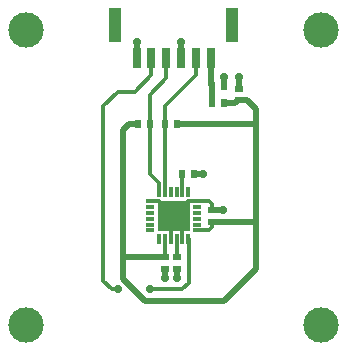
<source format=gbr>
%TF.GenerationSoftware,Altium Limited,Altium Designer,21.6.4 (81)*%
G04 Layer_Physical_Order=1*
G04 Layer_Color=255*
%FSLAX45Y45*%
%MOMM*%
%TF.SameCoordinates,35F77A6B-66F6-43E6-81AF-3D6A737DF117*%
%TF.FilePolarity,Positive*%
%TF.FileFunction,Copper,L1,Top,Signal*%
%TF.Part,Single*%
G01*
G75*
%TA.AperFunction,ConnectorPad*%
%ADD10R,0.65000X1.70000*%
%ADD11R,1.00000X2.90000*%
%TA.AperFunction,SMDPad,CuDef*%
%ADD12R,0.60000X0.70000*%
%ADD13R,0.70000X0.60000*%
%ADD14R,2.70000X2.60000*%
%ADD15R,0.80000X0.35000*%
%ADD16R,0.35000X0.85000*%
%TA.AperFunction,Conductor*%
%ADD17C,0.30000*%
%ADD18C,0.50000*%
%TA.AperFunction,TestPad*%
%ADD19C,3.00000*%
%TA.AperFunction,ViaPad*%
%ADD20C,0.70000*%
%ADD21C,0.50000*%
D10*
X312500Y1010000D02*
D03*
X187500D02*
D03*
X-62500D02*
D03*
X-187500D02*
D03*
X62500D02*
D03*
X-312500D02*
D03*
D11*
X497500Y1290000D02*
D03*
X-497500D02*
D03*
D12*
X325000Y625000D02*
D03*
X425000D02*
D03*
X-200000Y450000D02*
D03*
X-300000D02*
D03*
X-75000D02*
D03*
X25000D02*
D03*
X325000Y775000D02*
D03*
X425000D02*
D03*
X75000Y25000D02*
D03*
X175000D02*
D03*
D13*
X550000Y650000D02*
D03*
Y750000D02*
D03*
X325000Y-375000D02*
D03*
Y-275000D02*
D03*
X25000Y-675000D02*
D03*
Y-775000D02*
D03*
X-75000Y-675000D02*
D03*
Y-775000D02*
D03*
D14*
X0Y-325000D02*
D03*
D15*
X200000Y-450000D02*
D03*
Y-400000D02*
D03*
Y-350000D02*
D03*
Y-300000D02*
D03*
Y-250000D02*
D03*
Y-200000D02*
D03*
X-200000Y-450000D02*
D03*
Y-400000D02*
D03*
Y-350000D02*
D03*
Y-300000D02*
D03*
Y-250000D02*
D03*
Y-200000D02*
D03*
D16*
X125000Y-127500D02*
D03*
X75000D02*
D03*
X25000D02*
D03*
X-25000D02*
D03*
X-75000D02*
D03*
X-125000D02*
D03*
X125000Y-522500D02*
D03*
X75000D02*
D03*
X25000D02*
D03*
X-25000D02*
D03*
X-75000D02*
D03*
X-125000D02*
D03*
D17*
X127500Y-891493D02*
Y-522500D01*
X68993Y-950000D02*
X127500Y-891493D01*
X-200000Y-950000D02*
X68993D01*
X-525000D02*
X-475000D01*
X-600000Y-875000D02*
X-525000Y-950000D01*
X-600000Y-875000D02*
Y600000D01*
X-475000Y725000D01*
X-325000D01*
X-187500Y862500D01*
Y1010000D01*
X-75000Y600000D02*
X187500Y862500D01*
X-75000Y450000D02*
Y600000D01*
X187500Y862500D02*
Y1010000D01*
X-62500Y837500D02*
Y1010000D01*
X-200000Y450000D02*
Y700000D01*
X-62500Y837500D01*
X-200000Y25000D02*
X-125000Y-50000D01*
X-200000Y25000D02*
Y450000D01*
X-125000Y-127500D02*
Y-50000D01*
X-75000Y450000D02*
X-75000Y450000D01*
X-75000Y-127500D02*
Y450000D01*
X325000Y-425000D02*
Y-375000D01*
X300000Y-450000D02*
X325000Y-425000D01*
X200000Y-450000D02*
X300000D01*
X200000Y-200000D02*
X300000D01*
X325000Y-225000D01*
Y-275000D02*
Y-225000D01*
X55000Y-270000D02*
X125000Y-200000D01*
X-55000Y-380000D02*
X-25000Y-410000D01*
X55000Y-380000D02*
X75000Y-400000D01*
Y-522500D02*
Y-400000D01*
X-25000Y-522500D02*
Y-410000D01*
X0Y-325000D02*
X55000Y-270000D01*
X125000Y-200000D02*
X200000D01*
X-55000Y-270000D02*
X0Y-325000D01*
X-125000Y-200000D02*
X-55000Y-270000D01*
X-200000Y-200000D02*
X-125000D01*
X75000Y-127500D02*
Y25000D01*
X-75000Y-675000D02*
Y-522500D01*
X25000Y-675000D02*
Y-522500D01*
D18*
X427166Y-1047834D02*
X700000Y-775000D01*
X-425000Y-861555D02*
X-238721Y-1047834D01*
X427166D01*
X-425000Y-861555D02*
Y-675000D01*
X62500Y1010000D02*
X62501Y1010001D01*
Y1144736D02*
X62503Y1144738D01*
X62501Y1010001D02*
Y1144736D01*
X-312500Y1010000D02*
X-312011Y1010489D01*
Y1143756D02*
X-311523Y1144245D01*
X-312011Y1010489D02*
Y1143756D01*
X550000Y750000D02*
Y850000D01*
X425000Y775000D02*
Y850000D01*
Y775000D02*
X425000Y775000D01*
X25000Y-850000D02*
Y-775000D01*
X-75000Y-850000D02*
Y-775000D01*
X325766Y-275765D02*
X415053D01*
X325000Y-275000D02*
X325766Y-275765D01*
X415053D02*
X415819Y-276531D01*
X175000Y25000D02*
X250000D01*
X175000Y25000D02*
X175000Y25000D01*
X700000Y-775000D02*
Y-375000D01*
X-425000Y-675000D02*
Y400000D01*
Y-675000D02*
X-425000Y-675000D01*
X-375000Y450000D02*
X-300000D01*
X-425000Y400000D02*
X-375000Y450000D01*
X700000Y-375000D02*
Y450000D01*
X700000Y-375000D02*
X700000Y-375000D01*
Y450000D02*
Y575000D01*
X25000Y450000D02*
X700000D01*
X-425000Y-675000D02*
X-75000D01*
X325000Y-375000D02*
X700000D01*
X625000Y650000D02*
X700000Y575000D01*
X550000Y650000D02*
X625000D01*
X312500Y814290D02*
X320000Y806790D01*
X312500Y814290D02*
Y1010000D01*
X325000Y625000D02*
Y775000D01*
X320000Y780000D02*
X325000Y775000D01*
X320000Y780000D02*
Y806790D01*
X519999Y625000D02*
X545000Y650000D01*
X425000Y625000D02*
X519999D01*
D19*
X1250000Y-1250000D02*
D03*
X-1250000Y1250000D02*
D03*
X1250000D02*
D03*
X-1250000Y-1250000D02*
D03*
D20*
X-200000Y-950000D02*
D03*
X-475000D02*
D03*
X62503Y1144738D02*
D03*
X-311523Y1144245D02*
D03*
X550000Y850000D02*
D03*
X425000D02*
D03*
X25000Y-850000D02*
D03*
X-75000D02*
D03*
X415819Y-276531D02*
D03*
X250000Y25000D02*
D03*
D21*
X-55000Y-270000D02*
D03*
X55000D02*
D03*
Y-380000D02*
D03*
X-55000D02*
D03*
%TF.MD5,c732538f00d920213fb7cca924838cb8*%
M02*

</source>
